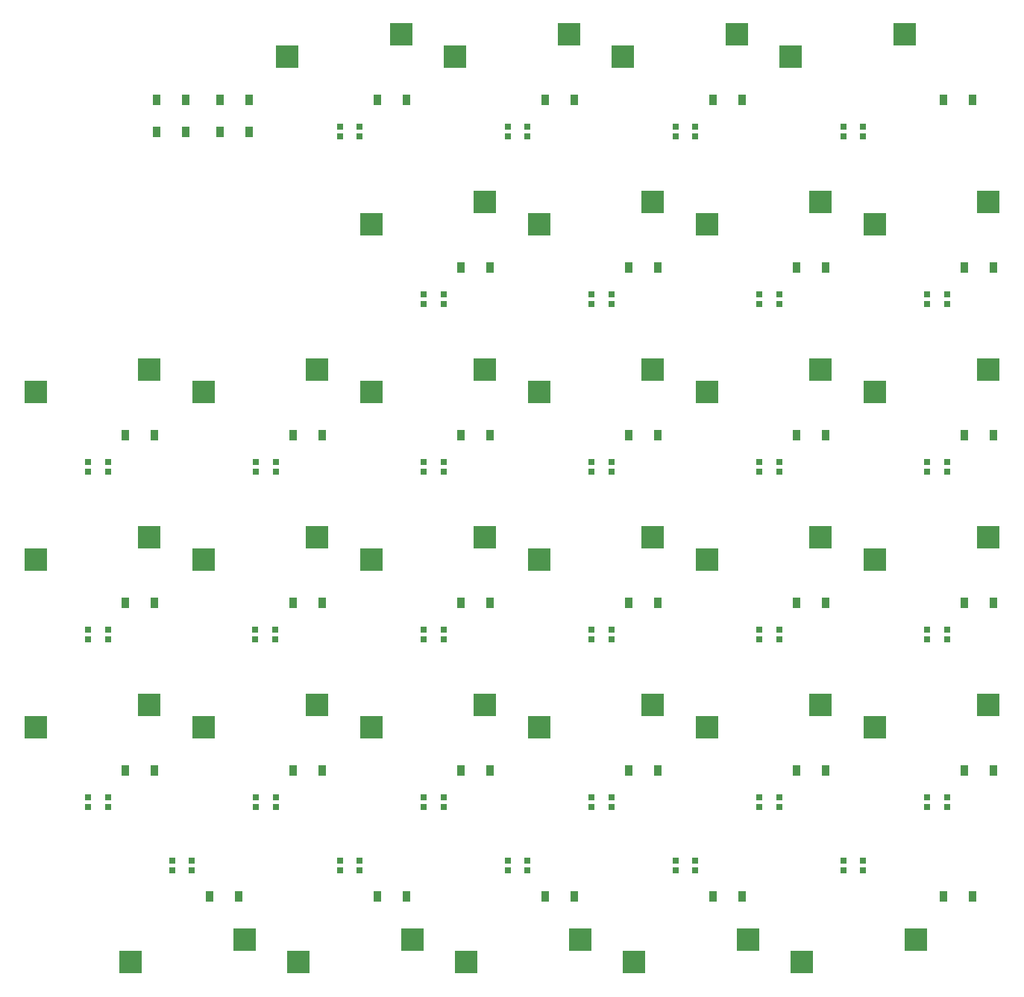
<source format=gbr>
%TF.GenerationSoftware,KiCad,Pcbnew,(5.1.9)-1*%
%TF.CreationDate,2021-05-21T21:09:53+09:00*%
%TF.ProjectId,yuiop31rs,7975696f-7033-4317-9273-2e6b69636164,1*%
%TF.SameCoordinates,Original*%
%TF.FileFunction,Paste,Bot*%
%TF.FilePolarity,Positive*%
%FSLAX46Y46*%
G04 Gerber Fmt 4.6, Leading zero omitted, Abs format (unit mm)*
G04 Created by KiCad (PCBNEW (5.1.9)-1) date 2021-05-21 21:09:53*
%MOMM*%
%LPD*%
G01*
G04 APERTURE LIST*
%ADD10R,0.700000X0.700000*%
%ADD11R,0.900000X1.200000*%
%ADD12R,2.550000X2.500000*%
G04 APERTURE END LIST*
D10*
%TO.C,LED9*%
X101240000Y-95878100D03*
X101240000Y-96978100D03*
X103510000Y-96978100D03*
X103510000Y-95878100D03*
%TD*%
%TO.C,LED31*%
X113035000Y-142222000D03*
X113035000Y-141122000D03*
X110765000Y-141122000D03*
X110765000Y-142222000D03*
%TD*%
%TO.C,LED30*%
X132085000Y-142222000D03*
X132085000Y-141122000D03*
X129815000Y-141122000D03*
X129815000Y-142222000D03*
%TD*%
%TO.C,LED29*%
X151135000Y-142222000D03*
X151135000Y-141122000D03*
X148865000Y-141122000D03*
X148865000Y-142222000D03*
%TD*%
%TO.C,LED28*%
X170185000Y-142222000D03*
X170185000Y-141122000D03*
X167915000Y-141122000D03*
X167915000Y-142222000D03*
%TD*%
%TO.C,LED27*%
X189235000Y-142222000D03*
X189235000Y-141122000D03*
X186965000Y-141122000D03*
X186965000Y-142222000D03*
%TD*%
%TO.C,LED26*%
X196490000Y-133978000D03*
X196490000Y-135078000D03*
X198760000Y-135078000D03*
X198760000Y-133978000D03*
%TD*%
%TO.C,LED25*%
X177440000Y-133978000D03*
X177440000Y-135078000D03*
X179710000Y-135078000D03*
X179710000Y-133978000D03*
%TD*%
%TO.C,LED24*%
X158390000Y-133978000D03*
X158390000Y-135078000D03*
X160660000Y-135078000D03*
X160660000Y-133978000D03*
%TD*%
%TO.C,LED23*%
X139340000Y-133978000D03*
X139340000Y-135078000D03*
X141610000Y-135078000D03*
X141610000Y-133978000D03*
%TD*%
%TO.C,LED22*%
X120290000Y-133978000D03*
X120290000Y-135078000D03*
X122560000Y-135078000D03*
X122560000Y-133978000D03*
%TD*%
%TO.C,LED21*%
X101240000Y-133978000D03*
X101240000Y-135078000D03*
X103510000Y-135078000D03*
X103510000Y-133978000D03*
%TD*%
%TO.C,LED20*%
X103510000Y-116028000D03*
X103510000Y-114928000D03*
X101240000Y-114928000D03*
X101240000Y-116028000D03*
%TD*%
%TO.C,LED19*%
X122504000Y-116028000D03*
X122504000Y-114928000D03*
X120234000Y-114928000D03*
X120234000Y-116028000D03*
%TD*%
%TO.C,LED18*%
X141610000Y-116028000D03*
X141610000Y-114928000D03*
X139340000Y-114928000D03*
X139340000Y-116028000D03*
%TD*%
%TO.C,LED17*%
X160660000Y-116028000D03*
X160660000Y-114928000D03*
X158390000Y-114928000D03*
X158390000Y-116028000D03*
%TD*%
%TO.C,LED16*%
X179710000Y-116028000D03*
X179710000Y-114928000D03*
X177440000Y-114928000D03*
X177440000Y-116028000D03*
%TD*%
%TO.C,LED15*%
X198760000Y-116028000D03*
X198760000Y-114928000D03*
X196490000Y-114928000D03*
X196490000Y-116028000D03*
%TD*%
%TO.C,LED14*%
X196490000Y-95878100D03*
X196490000Y-96978100D03*
X198760000Y-96978100D03*
X198760000Y-95878100D03*
%TD*%
%TO.C,LED13*%
X177440000Y-95878100D03*
X177440000Y-96978100D03*
X179710000Y-96978100D03*
X179710000Y-95878100D03*
%TD*%
%TO.C,LED12*%
X158390000Y-95878100D03*
X158390000Y-96978100D03*
X160660000Y-96978100D03*
X160660000Y-95878100D03*
%TD*%
%TO.C,LED11*%
X139340000Y-95878100D03*
X139340000Y-96978100D03*
X141610000Y-96978100D03*
X141610000Y-95878100D03*
%TD*%
%TO.C,LED10*%
X120290000Y-95878100D03*
X120290000Y-96978100D03*
X122560000Y-96978100D03*
X122560000Y-95878100D03*
%TD*%
%TO.C,LED8*%
X141610000Y-77928000D03*
X141610000Y-76828000D03*
X139340000Y-76828000D03*
X139340000Y-77928000D03*
%TD*%
%TO.C,LED7*%
X160660000Y-77928000D03*
X160660000Y-76828000D03*
X158390000Y-76828000D03*
X158390000Y-77928000D03*
%TD*%
%TO.C,LED6*%
X179710000Y-77928000D03*
X179710000Y-76828000D03*
X177440000Y-76828000D03*
X177440000Y-77928000D03*
%TD*%
%TO.C,LED5*%
X198760000Y-77928000D03*
X198760000Y-76828000D03*
X196490000Y-76828000D03*
X196490000Y-77928000D03*
%TD*%
%TO.C,LED4*%
X186965000Y-57777900D03*
X186965000Y-58877900D03*
X189235000Y-58877900D03*
X189235000Y-57777900D03*
%TD*%
%TO.C,LED3*%
X167915000Y-57777900D03*
X167915000Y-58877900D03*
X170185000Y-58877900D03*
X170185000Y-57777900D03*
%TD*%
%TO.C,LED2*%
X148865000Y-57777900D03*
X148865000Y-58877900D03*
X151135000Y-58877900D03*
X151135000Y-57777900D03*
%TD*%
%TO.C,LED1*%
X129815000Y-57777900D03*
X129815000Y-58877900D03*
X132085000Y-58877900D03*
X132085000Y-57777900D03*
%TD*%
D11*
%TO.C,D35*%
X119503000Y-58327900D03*
X116203000Y-58327900D03*
%TD*%
%TO.C,D34*%
X119503000Y-54756100D03*
X116203000Y-54756100D03*
%TD*%
%TO.C,D33*%
X112359000Y-58327900D03*
X109059000Y-58327900D03*
%TD*%
%TO.C,D32*%
X112359000Y-54756100D03*
X109059000Y-54756100D03*
%TD*%
D12*
%TO.C,SW31*%
X195185000Y-150165000D03*
X182258000Y-152705000D03*
%TD*%
%TO.C,SW30*%
X176135000Y-150165000D03*
X163208000Y-152705000D03*
%TD*%
%TO.C,SW29*%
X157085000Y-150165000D03*
X144158000Y-152705000D03*
%TD*%
%TO.C,SW28*%
X138035000Y-150165000D03*
X125108000Y-152705000D03*
%TD*%
%TO.C,SW27*%
X118985000Y-150165000D03*
X106058000Y-152705000D03*
%TD*%
%TO.C,SW26*%
X190540000Y-126035000D03*
X203467000Y-123495000D03*
%TD*%
%TO.C,SW25*%
X171490000Y-126035000D03*
X184417000Y-123495000D03*
%TD*%
%TO.C,SW24*%
X152440000Y-126035000D03*
X165367000Y-123495000D03*
%TD*%
%TO.C,SW23*%
X133390000Y-126035000D03*
X146317000Y-123495000D03*
%TD*%
%TO.C,SW22*%
X114340000Y-126035000D03*
X127267000Y-123495000D03*
%TD*%
%TO.C,SW21*%
X95290000Y-126035000D03*
X108217000Y-123495000D03*
%TD*%
%TO.C,SW20*%
X190540000Y-106985000D03*
X203467000Y-104445000D03*
%TD*%
%TO.C,SW19*%
X171490000Y-106985000D03*
X184417000Y-104445000D03*
%TD*%
%TO.C,SW18*%
X152440000Y-106985000D03*
X165367000Y-104445000D03*
%TD*%
%TO.C,SW17*%
X133390000Y-106985000D03*
X146317000Y-104445000D03*
%TD*%
%TO.C,SW16*%
X114340000Y-106985000D03*
X127267000Y-104445000D03*
%TD*%
%TO.C,SW15*%
X95290000Y-106985000D03*
X108217000Y-104445000D03*
%TD*%
%TO.C,SW14*%
X190540000Y-87935000D03*
X203467000Y-85395000D03*
%TD*%
%TO.C,SW13*%
X171490000Y-87935000D03*
X184417000Y-85395000D03*
%TD*%
%TO.C,SW12*%
X152440000Y-87935000D03*
X165367000Y-85395000D03*
%TD*%
%TO.C,SW11*%
X133390000Y-87935000D03*
X146317000Y-85395000D03*
%TD*%
%TO.C,SW10*%
X114340000Y-87935000D03*
X127267000Y-85395000D03*
%TD*%
%TO.C,SW9*%
X95290000Y-87935000D03*
X108217000Y-85395000D03*
%TD*%
%TO.C,SW8*%
X190540000Y-68884900D03*
X203467000Y-66344900D03*
%TD*%
%TO.C,SW7*%
X171490000Y-68884900D03*
X184417000Y-66344900D03*
%TD*%
%TO.C,SW6*%
X152440000Y-68884900D03*
X165367000Y-66344900D03*
%TD*%
%TO.C,SW5*%
X133390000Y-68884900D03*
X146317000Y-66344900D03*
%TD*%
%TO.C,SW4*%
X181015000Y-49834800D03*
X193942000Y-47294800D03*
%TD*%
%TO.C,SW3*%
X161965000Y-49834800D03*
X174892000Y-47294800D03*
%TD*%
%TO.C,SW2*%
X142915000Y-49834800D03*
X155842000Y-47294800D03*
%TD*%
%TO.C,SW1*%
X123865000Y-49834800D03*
X136792000Y-47294800D03*
%TD*%
D11*
%TO.C,D31*%
X201656000Y-145244000D03*
X198356000Y-145244000D03*
%TD*%
%TO.C,D30*%
X175463000Y-145244000D03*
X172163000Y-145244000D03*
%TD*%
%TO.C,D29*%
X156413000Y-145244000D03*
X153113000Y-145244000D03*
%TD*%
%TO.C,D28*%
X137362000Y-145244000D03*
X134062000Y-145244000D03*
%TD*%
%TO.C,D27*%
X118312000Y-145244000D03*
X115012000Y-145244000D03*
%TD*%
%TO.C,D26*%
X204038000Y-130956000D03*
X200738000Y-130956000D03*
%TD*%
%TO.C,D25*%
X184988000Y-130956000D03*
X181688000Y-130956000D03*
%TD*%
%TO.C,D24*%
X165938000Y-130956000D03*
X162638000Y-130956000D03*
%TD*%
%TO.C,D23*%
X146887000Y-130956000D03*
X143587000Y-130956000D03*
%TD*%
%TO.C,D22*%
X127837000Y-130956000D03*
X124537000Y-130956000D03*
%TD*%
%TO.C,D21*%
X108787000Y-130956000D03*
X105487000Y-130956000D03*
%TD*%
%TO.C,D20*%
X204038000Y-111906000D03*
X200738000Y-111906000D03*
%TD*%
%TO.C,D19*%
X184988000Y-111906000D03*
X181688000Y-111906000D03*
%TD*%
%TO.C,D18*%
X165938000Y-111906000D03*
X162638000Y-111906000D03*
%TD*%
%TO.C,D17*%
X146887000Y-111906000D03*
X143587000Y-111906000D03*
%TD*%
%TO.C,D16*%
X127837000Y-111906000D03*
X124537000Y-111906000D03*
%TD*%
%TO.C,D15*%
X108787000Y-111906000D03*
X105487000Y-111906000D03*
%TD*%
%TO.C,D14*%
X204038000Y-92856200D03*
X200738000Y-92856200D03*
%TD*%
%TO.C,D13*%
X184988000Y-92856200D03*
X181688000Y-92856200D03*
%TD*%
%TO.C,D12*%
X165938000Y-92856200D03*
X162638000Y-92856200D03*
%TD*%
%TO.C,D11*%
X146887000Y-92856200D03*
X143587000Y-92856200D03*
%TD*%
%TO.C,D10*%
X127837000Y-92856200D03*
X124537000Y-92856200D03*
%TD*%
%TO.C,D9*%
X108787000Y-92856200D03*
X105487000Y-92856200D03*
%TD*%
%TO.C,D8*%
X204038000Y-73806100D03*
X200738000Y-73806100D03*
%TD*%
%TO.C,D7*%
X184988000Y-73806100D03*
X181688000Y-73806100D03*
%TD*%
%TO.C,D6*%
X165938000Y-73806100D03*
X162638000Y-73806100D03*
%TD*%
%TO.C,D5*%
X146887000Y-73806100D03*
X143587000Y-73806100D03*
%TD*%
%TO.C,D4*%
X201656000Y-54756100D03*
X198356000Y-54756100D03*
%TD*%
%TO.C,D3*%
X175463000Y-54756100D03*
X172163000Y-54756100D03*
%TD*%
%TO.C,D2*%
X156413000Y-54756100D03*
X153113000Y-54756100D03*
%TD*%
%TO.C,D1*%
X137362000Y-54756100D03*
X134062000Y-54756100D03*
%TD*%
M02*

</source>
